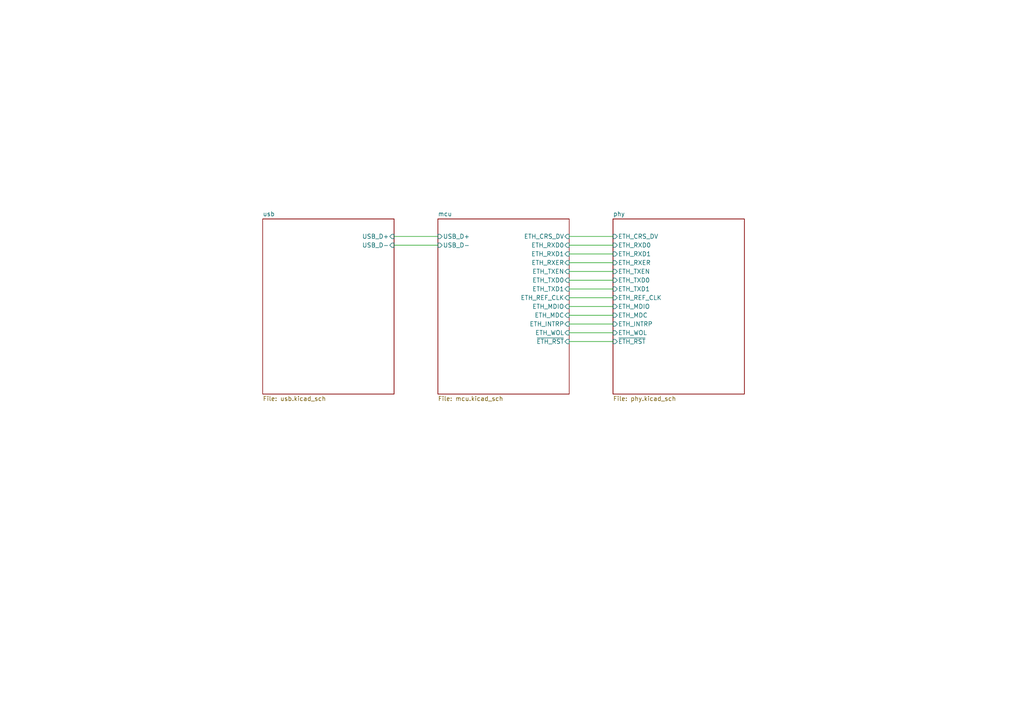
<source format=kicad_sch>
(kicad_sch
	(version 20250114)
	(generator "eeschema")
	(generator_version "9.0")
	(uuid "e4c21495-bc6e-4d8e-a015-c1e5302a72bd")
	(paper "A4")
	(title_block
		(title "stm32f107rct7_eth")
		(date "2025-04-12")
		(rev "r0.0.0")
		(company "onders.org")
	)
	(lib_symbols)
	(wire
		(pts
			(xy 165.1 83.82) (xy 177.8 83.82)
		)
		(stroke
			(width 0)
			(type default)
		)
		(uuid "3183709f-82d4-4098-9fd9-b09638abf1c3")
	)
	(wire
		(pts
			(xy 165.1 86.36) (xy 177.8 86.36)
		)
		(stroke
			(width 0)
			(type default)
		)
		(uuid "31df14fc-91e6-4e79-8324-8c1065a95b61")
	)
	(wire
		(pts
			(xy 165.1 99.06) (xy 177.8 99.06)
		)
		(stroke
			(width 0)
			(type default)
		)
		(uuid "461b57e0-ef57-44ff-942a-ec5d8022d23a")
	)
	(wire
		(pts
			(xy 165.1 78.74) (xy 177.8 78.74)
		)
		(stroke
			(width 0)
			(type default)
		)
		(uuid "647364ce-8361-4e96-9b49-7bd3ab57a992")
	)
	(wire
		(pts
			(xy 165.1 71.12) (xy 177.8 71.12)
		)
		(stroke
			(width 0)
			(type default)
		)
		(uuid "7d132251-9bcd-48be-b284-7fb5834710e2")
	)
	(wire
		(pts
			(xy 165.1 88.9) (xy 177.8 88.9)
		)
		(stroke
			(width 0)
			(type default)
		)
		(uuid "8011d914-fb51-4fe6-9b0b-7c12564d0491")
	)
	(wire
		(pts
			(xy 165.1 96.52) (xy 177.8 96.52)
		)
		(stroke
			(width 0)
			(type default)
		)
		(uuid "840e03c3-4bd7-46a0-8767-349f93a96d73")
	)
	(wire
		(pts
			(xy 114.3 71.12) (xy 127 71.12)
		)
		(stroke
			(width 0)
			(type default)
		)
		(uuid "9a88da8e-0b6f-4d8c-9487-02d68d3c1a8b")
	)
	(wire
		(pts
			(xy 165.1 91.44) (xy 177.8 91.44)
		)
		(stroke
			(width 0)
			(type default)
		)
		(uuid "a55aa9c7-5d7c-477d-b026-4fe04e2a2a9d")
	)
	(wire
		(pts
			(xy 114.3 68.58) (xy 127 68.58)
		)
		(stroke
			(width 0)
			(type default)
		)
		(uuid "abcf0528-9c23-4caa-bbe2-52c123421056")
	)
	(wire
		(pts
			(xy 165.1 81.28) (xy 177.8 81.28)
		)
		(stroke
			(width 0)
			(type default)
		)
		(uuid "b4992b3f-2f24-4c5a-8d53-52025f26241c")
	)
	(wire
		(pts
			(xy 165.1 93.98) (xy 177.8 93.98)
		)
		(stroke
			(width 0)
			(type default)
		)
		(uuid "b90bfd65-be94-4814-a526-91c0930c5e62")
	)
	(wire
		(pts
			(xy 165.1 76.2) (xy 177.8 76.2)
		)
		(stroke
			(width 0)
			(type default)
		)
		(uuid "db548e67-ce4f-4e99-9163-7d29643fa350")
	)
	(wire
		(pts
			(xy 165.1 73.66) (xy 177.8 73.66)
		)
		(stroke
			(width 0)
			(type default)
		)
		(uuid "db5b378a-8a82-4e34-98a1-c7c381e0683c")
	)
	(wire
		(pts
			(xy 165.1 68.58) (xy 177.8 68.58)
		)
		(stroke
			(width 0)
			(type default)
		)
		(uuid "ed13b001-3efd-499b-a2ea-4a9ba61e6b7c")
	)
	(sheet
		(at 76.2 63.5)
		(size 38.1 50.8)
		(exclude_from_sim no)
		(in_bom yes)
		(on_board yes)
		(dnp no)
		(fields_autoplaced yes)
		(stroke
			(width 0.1524)
			(type solid)
		)
		(fill
			(color 0 0 0 0.0000)
		)
		(uuid "d0ce5c16-1733-4ec5-a0e9-affe88c15ff1")
		(property "Sheetname" "usb"
			(at 76.2 62.7884 0)
			(effects
				(font
					(size 1.27 1.27)
				)
				(justify left bottom)
			)
		)
		(property "Sheetfile" "usb.kicad_sch"
			(at 76.2 114.8846 0)
			(effects
				(font
					(size 1.27 1.27)
				)
				(justify left top)
			)
		)
		(pin "USB_D+" input
			(at 114.3 68.58 0)
			(uuid "266c9547-c503-4e1d-94f7-b3b1bcc7f2a4")
			(effects
				(font
					(size 1.27 1.27)
				)
				(justify right)
			)
		)
		(pin "USB_D-" input
			(at 114.3 71.12 0)
			(uuid "0986d195-643b-4925-82de-21c8af90e962")
			(effects
				(font
					(size 1.27 1.27)
				)
				(justify right)
			)
		)
		(instances
			(project "STM32F107RCT7_ETH"
				(path "/e4c21495-bc6e-4d8e-a015-c1e5302a72bd"
					(page "2")
				)
			)
		)
	)
	(sheet
		(at 127 63.5)
		(size 38.1 50.8)
		(exclude_from_sim no)
		(in_bom yes)
		(on_board yes)
		(dnp no)
		(fields_autoplaced yes)
		(stroke
			(width 0.1524)
			(type solid)
		)
		(fill
			(color 0 0 0 0.0000)
		)
		(uuid "e722d211-28d6-47f8-89d4-9da9ba2c9ea4")
		(property "Sheetname" "mcu"
			(at 127 62.7884 0)
			(effects
				(font
					(size 1.27 1.27)
				)
				(justify left bottom)
			)
		)
		(property "Sheetfile" "mcu.kicad_sch"
			(at 127 114.8846 0)
			(effects
				(font
					(size 1.27 1.27)
				)
				(justify left top)
			)
		)
		(pin "USB_D+" input
			(at 127 68.58 180)
			(uuid "f8b7f92c-9236-4b5f-bd1c-5e2ca78ea89f")
			(effects
				(font
					(size 1.27 1.27)
				)
				(justify left)
			)
		)
		(pin "USB_D-" input
			(at 127 71.12 180)
			(uuid "4bf33b6a-cdc7-4e1d-acbc-d7d04e6c5ca0")
			(effects
				(font
					(size 1.27 1.27)
				)
				(justify left)
			)
		)
		(pin "ETH_CRS_DV" input
			(at 165.1 68.58 0)
			(uuid "35964e68-5451-426a-aac1-677c907a5577")
			(effects
				(font
					(size 1.27 1.27)
				)
				(justify right)
			)
		)
		(pin "ETH_INTRP" input
			(at 165.1 93.98 0)
			(uuid "4d8118cb-4df0-46a2-8d98-104077a07a06")
			(effects
				(font
					(size 1.27 1.27)
				)
				(justify right)
			)
		)
		(pin "ETH_MDC" input
			(at 165.1 91.44 0)
			(uuid "a28babb6-3670-48f8-8f36-075cc09969d5")
			(effects
				(font
					(size 1.27 1.27)
				)
				(justify right)
			)
		)
		(pin "ETH_MDIO" input
			(at 165.1 88.9 0)
			(uuid "43274e5b-52b9-4cb0-829d-28935f2ee659")
			(effects
				(font
					(size 1.27 1.27)
				)
				(justify right)
			)
		)
		(pin "ETH_REF_CLK" input
			(at 165.1 86.36 0)
			(uuid "1931e4a0-c2c1-4a97-8aec-4946139552c6")
			(effects
				(font
					(size 1.27 1.27)
				)
				(justify right)
			)
		)
		(pin "ETH_RXD0" input
			(at 165.1 71.12 0)
			(uuid "79157702-6c43-43f9-94aa-aa34937fb401")
			(effects
				(font
					(size 1.27 1.27)
				)
				(justify right)
			)
		)
		(pin "ETH_RXD1" input
			(at 165.1 73.66 0)
			(uuid "6cbcf81f-fa22-46bc-b6f5-2821790aca1a")
			(effects
				(font
					(size 1.27 1.27)
				)
				(justify right)
			)
		)
		(pin "ETH_RXER" input
			(at 165.1 76.2 0)
			(uuid "ad351c32-e9de-4ebe-9125-94f491e8f1b4")
			(effects
				(font
					(size 1.27 1.27)
				)
				(justify right)
			)
		)
		(pin "ETH_TXD0" input
			(at 165.1 81.28 0)
			(uuid "fc612eae-17af-4d3f-aec0-e1915f363a80")
			(effects
				(font
					(size 1.27 1.27)
				)
				(justify right)
			)
		)
		(pin "ETH_TXD1" input
			(at 165.1 83.82 0)
			(uuid "35cacf64-bb3c-45c0-827c-f409c95924ad")
			(effects
				(font
					(size 1.27 1.27)
				)
				(justify right)
			)
		)
		(pin "ETH_TXEN" input
			(at 165.1 78.74 0)
			(uuid "cce2845f-2048-4d4c-87fe-e53cf273425a")
			(effects
				(font
					(size 1.27 1.27)
				)
				(justify right)
			)
		)
		(pin "ETH_WOL" input
			(at 165.1 96.52 0)
			(uuid "3058f1c2-eef7-4f58-8628-c96536e5bc64")
			(effects
				(font
					(size 1.27 1.27)
				)
				(justify right)
			)
		)
		(pin "~{ETH_RST}" input
			(at 165.1 99.06 0)
			(uuid "8fa37c04-0aad-434c-8f0d-157de0aa913d")
			(effects
				(font
					(size 1.27 1.27)
				)
				(justify right)
			)
		)
		(instances
			(project "STM32F107RCT7_ETH"
				(path "/e4c21495-bc6e-4d8e-a015-c1e5302a72bd"
					(page "3")
				)
			)
		)
	)
	(sheet
		(at 177.8 63.5)
		(size 38.1 50.8)
		(exclude_from_sim no)
		(in_bom yes)
		(on_board yes)
		(dnp no)
		(fields_autoplaced yes)
		(stroke
			(width 0.1524)
			(type solid)
		)
		(fill
			(color 0 0 0 0.0000)
		)
		(uuid "fe52ffbb-20d7-4cee-84ae-9c35da413404")
		(property "Sheetname" "phy"
			(at 177.8 62.7884 0)
			(effects
				(font
					(size 1.27 1.27)
				)
				(justify left bottom)
			)
		)
		(property "Sheetfile" "phy.kicad_sch"
			(at 177.8 114.8846 0)
			(effects
				(font
					(size 1.27 1.27)
				)
				(justify left top)
			)
		)
		(pin "ETH_CRS_DV" input
			(at 177.8 68.58 180)
			(uuid "0625ff08-ce58-4618-836a-1024f556abf1")
			(effects
				(font
					(size 1.27 1.27)
				)
				(justify left)
			)
		)
		(pin "ETH_INTRP" input
			(at 177.8 93.98 180)
			(uuid "b6cea958-c4e5-4c29-b829-b01177230f27")
			(effects
				(font
					(size 1.27 1.27)
				)
				(justify left)
			)
		)
		(pin "ETH_MDC" input
			(at 177.8 91.44 180)
			(uuid "df15e1f2-9a72-433c-9ae3-85c347c97558")
			(effects
				(font
					(size 1.27 1.27)
				)
				(justify left)
			)
		)
		(pin "ETH_MDIO" input
			(at 177.8 88.9 180)
			(uuid "28b3a6ab-1c73-4ae6-917e-e36b597f009a")
			(effects
				(font
					(size 1.27 1.27)
				)
				(justify left)
			)
		)
		(pin "ETH_REF_CLK" input
			(at 177.8 86.36 180)
			(uuid "9831e377-bb3c-4224-8cd5-d52692f41195")
			(effects
				(font
					(size 1.27 1.27)
				)
				(justify left)
			)
		)
		(pin "ETH_RXD0" input
			(at 177.8 71.12 180)
			(uuid "a4a86ebd-33ad-4113-aa3d-bf4da3c39d45")
			(effects
				(font
					(size 1.27 1.27)
				)
				(justify left)
			)
		)
		(pin "ETH_RXD1" input
			(at 177.8 73.66 180)
			(uuid "5182085c-e54d-4d82-9989-2f3d85f48f9c")
			(effects
				(font
					(size 1.27 1.27)
				)
				(justify left)
			)
		)
		(pin "ETH_RXER" input
			(at 177.8 76.2 180)
			(uuid "333fd8fd-b36e-4a16-a38b-ca766418b373")
			(effects
				(font
					(size 1.27 1.27)
				)
				(justify left)
			)
		)
		(pin "ETH_TXD0" input
			(at 177.8 81.28 180)
			(uuid "0e29dbc7-a93e-4295-b950-1e729560e8d7")
			(effects
				(font
					(size 1.27 1.27)
				)
				(justify left)
			)
		)
		(pin "ETH_TXD1" input
			(at 177.8 83.82 180)
			(uuid "c2817a94-ffef-4de5-a53d-b2dc95f8f516")
			(effects
				(font
					(size 1.27 1.27)
				)
				(justify left)
			)
		)
		(pin "ETH_TXEN" input
			(at 177.8 78.74 180)
			(uuid "99c6bf5e-503b-4d96-956d-b178083ee9d5")
			(effects
				(font
					(size 1.27 1.27)
				)
				(justify left)
			)
		)
		(pin "ETH_WOL" input
			(at 177.8 96.52 180)
			(uuid "796b7c0b-6e20-4004-ad71-193c60a1d0fa")
			(effects
				(font
					(size 1.27 1.27)
				)
				(justify left)
			)
		)
		(pin "~{ETH_RST}" input
			(at 177.8 99.06 180)
			(uuid "5d1309c9-c8ec-4c0e-9d07-1315747dc77e")
			(effects
				(font
					(size 1.27 1.27)
				)
				(justify left)
			)
		)
		(instances
			(project "STM32F107RCT7_ETH"
				(path "/e4c21495-bc6e-4d8e-a015-c1e5302a72bd"
					(page "4")
				)
			)
		)
	)
	(sheet_instances
		(path "/"
			(page "1")
		)
	)
	(embedded_fonts no)
)

</source>
